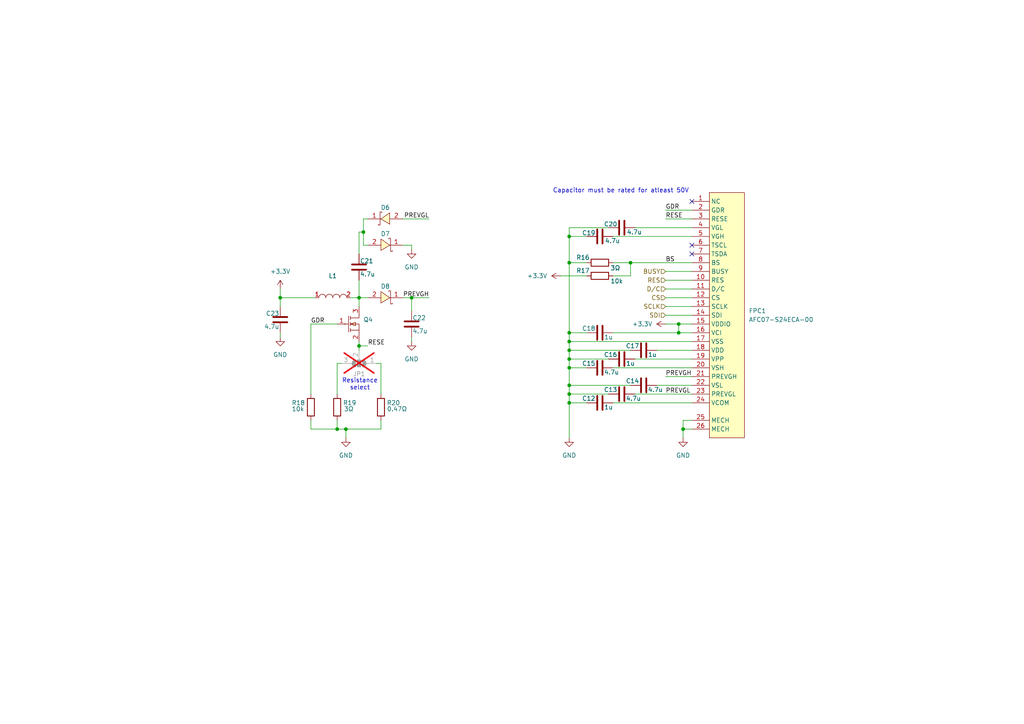
<source format=kicad_sch>
(kicad_sch (version 20250114) (generator "eeschema") (generator_version "9.0")
  (paper "A4")
  (title_block (title "ESP 32 weather ePaper display") (date "2025-02-26") (rev "V1"))
  (lib_symbols
    (symbol "0_local_lib:AFC07-S24ECA-00"
      (property "Reference" "FPC" (at 0 39.37 0))
      (property "Value" "AFC07-S24ECA-00" (at 0 -39.37 0))
      (symbol "AFC07-S24ECA-00_0_1"
        (rectangle (start -2.54 34.29) (end 7.62 -36.83) (fill (type background)))
        (pin unspecified line (at -7.62 31.75 0) (length 5.08) (name "NC") (number "1"))
        (pin unspecified line (at -7.62 29.21 0) (length 5.08) (name "GDR") (number "2"))
        (pin unspecified line (at -7.62 26.67 0) (length 5.08) (name "RESE") (number "3"))
        (pin unspecified line (at -7.62 24.13 0) (length 5.08) (name "VGL") (number "4"))
        (pin unspecified line (at -7.62 21.59 0) (length 5.08) (name "VGH") (number "5"))
        (pin unspecified line (at -7.62 19.05 0) (length 5.08) (name "TSCL") (number "6"))
        (pin unspecified line (at -7.62 16.51 0) (length 5.08) (name "TSDA") (number "7"))
        (pin unspecified line (at -7.62 13.97 0) (length 5.08) (name "BS") (number "8"))
        (pin unspecified line (at -7.62 11.43 0) (length 5.08) (name "BUSY") (number "9"))
        (pin unspecified line (at -7.62 8.89 0) (length 5.08) (name "RES") (number "10"))
        (pin unspecified line (at -7.62 6.35 0) (length 5.08) (name "D/C") (number "11"))
        (pin unspecified line (at -7.62 3.81 0) (length 5.08) (name "CS") (number "12"))
        (pin unspecified line (at -7.62 1.27 0) (length 5.08) (name "SCLK") (number "13"))
        (pin unspecified line (at -7.62 -1.27 0) (length 5.08) (name "SDI") (number "14"))
        (pin unspecified line (at -7.62 -3.81 0) (length 5.08) (name "VDDIO") (number "15"))
        (pin unspecified line (at -7.62 -6.35 0) (length 5.08) (name "VCI") (number "16"))
        (pin unspecified line (at -7.62 -8.89 0) (length 5.08) (name "VSS") (number "17"))
        (pin unspecified line (at -7.62 -11.43 0) (length 5.08) (name "VDD") (number "18"))
        (pin unspecified line (at -7.62 -13.97 0) (length 5.08) (name "VPP") (number "19"))
        (pin unspecified line (at -7.62 -16.51 0) (length 5.08) (name "VSH") (number "20"))
        (pin unspecified line (at -7.62 -19.05 0) (length 5.08) (name "PREVGH") (number "21"))
        (pin unspecified line (at -7.62 -21.59 0) (length 5.08) (name "VSL") (number "22"))
        (pin unspecified line (at -7.62 -24.13 0) (length 5.08) (name "PREVGL") (number "23"))
        (pin unspecified line (at -7.62 -26.67 0) (length 5.08) (name "VCOM") (number "24"))
        (pin unspecified line (at -7.62 -31.75 0) (length 5.08) (name "MECH") (number "25"))
        (pin unspecified line (at -7.62 -34.29 0) (length 5.08) (name "MECH") (number "26"))
      )
    )
    (symbol "0_local_lib:CKCSA3010-10UH_M" (pin_names (hide yes))
      (property "Reference" "L" (at 0 5.08 0))
      (property "Value" "CKCSA3010-10UH/M" (at 0 -5.08 0))
      (symbol "CKCSA3010-10UH_M_0_1"
        (arc (start -4.06 -0.01) (mid -2.83 0.99) (end -2.03 0.01))
        (arc (start -2.03 -0.01) (mid -0.8 0.99) (end 0 0.01))
        (arc (start 0 -0.01) (mid 1.23 0.99) (end 2.03 0.01))
        (arc (start 2.03 -0.01) (mid 3.26 0.99) (end 4.06 0.01))
        (pin unspecified line (at -5.08 0 0) (length 1.016) (name "1") (number "1"))
        (pin unspecified line (at 5.08 0 180) (length 1.016) (name "2") (number "2"))
      )
    )
    (symbol "0_local_lib:MBR0530T1G" (pin_names (hide yes))
      (property "Reference" "D" (at 0 5.08 0))
      (property "Value" "MBR0530T1G" (at 0 -5.08 0))
      (symbol "MBR0530T1G_0_1"
        (polyline (pts (xy -2.03 1.52) (xy -2.03 1.78) (xy -1.52 1.78) (xy -1.52 -2.03) (xy -1.02 -2.03) (xy -1.02 -1.78)))
        (polyline (pts (xy 1.27 1.52) (xy -1.27 0) (xy 1.27 -1.78) (xy 1.27 1.52)) (fill (type background)))
        (pin unspecified line (at -5.08 0 0) (length 3.81) (name "C") (number "1"))
        (pin unspecified line (at 5.08 0 180) (length 3.81) (name "A") (number "2"))
      )
    )
    (symbol "0_local_lib:SI1308EDL-T1-GE3" (pin_names (hide yes))
      (property "Reference" "Q" (at 0 10.16 0))
      (property "Value" "SI1308EDL-T1-GE3" (at 0 -12.7 0))
      (symbol "SI1308EDL-T1-GE3_0_1"
        (polyline (pts (xy -3.175 0) (xy -4.445 0)))
        (polyline (pts (xy -3.05 2.29) (xy -3.05 -2.29)))
        (polyline (pts (xy -2.54 2.29) (xy -2.54 1.27)))
        (polyline (pts (xy -2.54 1.78) (xy 0 1.78) (xy 0 2.54) (xy 0 1.905) (xy 0 1.905)))
        (polyline (pts (xy -2.54 0) (xy -1.02 -0.51) (xy -1.02 0.51) (xy -2.54 0)) (fill (type background)))
        (polyline (pts (xy -2.54 0) (xy 0 0) (xy 0 -2.54) (xy 0 0) (xy 0 0)))
        (polyline (pts (xy -2.54 -0.51) (xy -2.54 0.51)))
        (polyline (pts (xy -2.54 -2.29) (xy -2.54 -1.27)))
        (polyline (pts (xy 0 -1.78) (xy -2.54 -1.78)))
        (pin unspecified line (at -6.35 0 0) (length 2.54) (name "G") (number "1"))
        (pin unspecified line (at 0 5.08 270) (length 2.54) (name "D") (number "3"))
        (pin unspecified line (at 0 -5.08 90) (length 2.54) (name "S") (number "2"))
      )
    )
    (symbol "Device:C" (pin_numbers (hide yes)) (pin_names (offset 0.254))
      (property "Reference" "C" (at 0.635 2.54 0))
      (property "Value" "C" (at 0.635 -2.54 0))
      (symbol "C_0_1"
        (polyline (pts (xy -2.032 0.762) (xy 2.032 0.762)) (stroke (width 0.508)))
        (polyline (pts (xy -2.032 -0.762) (xy 2.032 -0.762)) (stroke (width 0.508)))
      )
      (symbol "C_1_1"
        (pin passive line (at 0 3.81 270) (length 2.794) (name "~") (number "1"))
        (pin passive line (at 0 -3.81 90) (length 2.794) (name "~") (number "2"))
      )
    )
    (symbol "Device:R" (pin_numbers (hide yes)) (pin_names (offset 0))
      (property "Reference" "R" (at 2.032 0 90))
      (property "Value" "R" (at 0 0 90))
      (symbol "R_0_1"
        (rectangle (start -1.016 -2.54) (end 1.016 2.54) (stroke (width 0.254)))
      )
      (symbol "R_1_1"
        (pin passive line (at 0 3.81 270) (length 1.27) (name "~") (number "1"))
        (pin passive line (at 0 -3.81 90) (length 1.27) (name "~") (number "2"))
      )
    )
    (symbol "Jumper:SolderJumper_3_Open" (pin_names (offset 0) (hide yes)) (exclude_from_sim yes) (in_bom no)
      (property "Reference" "JP" (at -2.54 -2.54 0))
      (property "Value" "SolderJumper_3_Open" (at 0 2.794 0))
      (symbol "SolderJumper_3_Open_0_1"
        (polyline (pts (xy -2.54 0) (xy -2.032 0)))
        (polyline (pts (xy -1.016 1.016) (xy -1.016 -1.016)))
        (arc (start -1.016 -1.016) (mid -2.0276 0) (end -1.016 1.016))
        (arc (start -1.016 -1.016) (mid -2.0276 0) (end -1.016 1.016) (fill (type outline)))
        (rectangle (start -0.508 1.016) (end 0.508 -1.016) (fill (type outline)))
        (polyline (pts (xy 0 -1.27) (xy 0 -1.016)))
        (arc (start 1.016 1.016) (mid 2.0276 0) (end 1.016 -1.016))
        (arc (start 1.016 1.016) (mid 2.0276 0) (end 1.016 -1.016) (fill (type outline)))
        (polyline (pts (xy 1.016 1.016) (xy 1.016 -1.016)))
        (polyline (pts (xy 2.54 0) (xy 2.032 0)))
      )
      (symbol "SolderJumper_3_Open_1_1"
        (pin passive line (at -5.08 0 0) (length 2.54) (name "A") (number "1"))
        (pin passive line (at 0 -3.81 90) (length 2.54) (name "C") (number "2"))
        (pin passive line (at 5.08 0 180) (length 2.54) (name "B") (number "3"))
      )
    )
    (symbol "power:+3.3V" (power) (pin_numbers (hide yes)) (pin_names (offset 0) (hide yes))
      (property "Value" "+3.3V" (at 0 3.556 0))
      (symbol "+3.3V_0_1"
        (polyline (pts (xy -0.762 1.27) (xy 0 2.54)))
        (polyline (pts (xy 0 2.54) (xy 0.762 1.27)))
        (polyline (pts (xy 0 0) (xy 0 2.54)))
      )
      (symbol "+3.3V_1_1"
        (pin power_in line (at 0 0 90) (length 0) (name "~") (number "1"))
      )
    )
    (symbol "power:GND" (power) (pin_numbers (hide yes)) (pin_names (offset 0) (hide yes))
      (property "Value" "GND" (at 0 -3.81 0))
      (symbol "GND_0_1"
        (polyline (pts (xy 0 0) (xy 0 -1.27) (xy 1.27 -1.27) (xy 0 -2.54) (xy -1.27 -1.27) (xy 0 -1.27)))
      )
      (symbol "GND_1_1"
        (pin power_in line (at 0 0 270) (length 0) (name "~") (number "1"))
      )
    )
  )
  (text "Capacitor must be rated for atleast 50V" (at 180.086 55.372 0) (effects (font (size 1.27 1.27))))
  (text "Resistance\nselect" (at 104.394 111.506 0) (effects (font (size 1.27 1.27))))
  (junction (at 165.1 111.76))
  (junction (at 81.28 86.36))
  (junction (at 165.1 101.6))
  (junction (at 97.79 124.46))
  (junction (at 104.14 86.36))
  (junction (at 165.1 96.52))
  (junction (at 165.1 116.84))
  (junction (at 165.1 99.06))
  (junction (at 165.1 106.68))
  (junction (at 100.33 124.46))
  (junction (at 105.41 67.31))
  (junction (at 198.12 124.46))
  (junction (at 119.38 86.36))
  (junction (at 165.1 68.58))
  (junction (at 196.85 96.52))
  (junction (at 182.88 76.2))
  (junction (at 165.1 104.14))
  (junction (at 196.85 93.98))
  (junction (at 165.1 76.2))
  (junction (at 104.14 100.33))
  (junction (at 165.1 114.3))
  (no_connect (at 200.66 71.12))
  (no_connect (at 200.66 73.66))
  (no_connect (at 200.66 58.42))
  (wire (pts (xy 196.85 93.98) (xy 196.85 96.52)))
  (wire (pts (xy 198.12 124.46) (xy 198.12 121.92)))
  (wire (pts (xy 193.04 63.5) (xy 200.66 63.5)))
  (wire (pts (xy 90.17 93.98) (xy 97.79 93.98)))
  (wire (pts (xy 198.12 121.92) (xy 200.66 121.92)))
  (wire (pts (xy 119.38 71.12) (xy 116.84 71.12)))
  (wire (pts (xy 182.88 76.2) (xy 200.66 76.2)))
  (wire (pts (xy 193.04 88.9) (xy 200.66 88.9)))
  (wire (pts (xy 184.15 66.04) (xy 200.66 66.04)))
  (wire (pts (xy 193.04 81.28) (xy 200.66 81.28)))
  (wire (pts (xy 165.1 66.04) (xy 176.53 66.04)))
  (wire (pts (xy 190.5 101.6) (xy 200.66 101.6)))
  (wire (pts (xy 119.38 90.17) (xy 119.38 86.36)))
  (wire (pts (xy 165.1 114.3) (xy 165.1 116.84)))
  (wire (pts (xy 198.12 127) (xy 198.12 124.46)))
  (wire (pts (xy 100.33 124.46) (xy 100.33 127)))
  (wire (pts (xy 177.8 96.52) (xy 196.85 96.52)))
  (wire (pts (xy 104.14 99.06) (xy 104.14 100.33)))
  (wire (pts (xy 177.8 68.58) (xy 200.66 68.58)))
  (wire (pts (xy 109.22 105.41) (xy 110.49 105.41)))
  (wire (pts (xy 165.1 106.68) (xy 165.1 111.76)))
  (wire (pts (xy 190.5 111.76) (xy 200.66 111.76)))
  (wire (pts (xy 90.17 93.98) (xy 90.17 114.3)))
  (wire (pts (xy 193.04 86.36) (xy 200.66 86.36)))
  (wire (pts (xy 193.04 60.96) (xy 200.66 60.96)))
  (wire (pts (xy 104.14 86.36) (xy 104.14 88.9)))
  (wire (pts (xy 165.1 106.68) (xy 170.18 106.68)))
  (wire (pts (xy 165.1 76.2) (xy 165.1 68.58)))
  (wire (pts (xy 165.1 104.14) (xy 165.1 106.68)))
  (wire (pts (xy 165.1 96.52) (xy 165.1 99.06)))
  (wire (pts (xy 106.68 63.5) (xy 105.41 63.5)))
  (wire (pts (xy 105.41 67.31) (xy 105.41 71.12)))
  (wire (pts (xy 90.17 124.46) (xy 97.79 124.46)))
  (wire (pts (xy 193.04 83.82) (xy 200.66 83.82)))
  (wire (pts (xy 165.1 96.52) (xy 170.18 96.52)))
  (wire (pts (xy 97.79 114.3) (xy 97.79 105.41)))
  (wire (pts (xy 110.49 105.41) (xy 110.49 114.3)))
  (wire (pts (xy 119.38 86.36) (xy 116.84 86.36)))
  (wire (pts (xy 165.1 104.14) (xy 176.53 104.14)))
  (wire (pts (xy 97.79 105.41) (xy 99.06 105.41)))
  (wire (pts (xy 193.04 91.44) (xy 200.66 91.44)))
  (wire (pts (xy 165.1 101.6) (xy 165.1 104.14)))
  (wire (pts (xy 165.1 114.3) (xy 176.53 114.3)))
  (wire (pts (xy 81.28 86.36) (xy 91.44 86.36)))
  (wire (pts (xy 105.41 63.5) (xy 105.41 67.31)))
  (wire (pts (xy 104.14 73.66) (xy 104.14 67.31)))
  (wire (pts (xy 97.79 124.46) (xy 100.33 124.46)))
  (wire (pts (xy 165.1 111.76) (xy 165.1 114.3)))
  (wire (pts (xy 198.12 124.46) (xy 200.66 124.46)))
  (wire (pts (xy 193.04 109.22) (xy 200.66 109.22)))
  (wire (pts (xy 104.14 86.36) (xy 106.68 86.36)))
  (wire (pts (xy 165.1 101.6) (xy 182.88 101.6)))
  (wire (pts (xy 165.1 99.06) (xy 165.1 101.6)))
  (wire (pts (xy 81.28 83.82) (xy 81.28 86.36)))
  (wire (pts (xy 165.1 116.84) (xy 165.1 127)))
  (wire (pts (xy 81.28 96.52) (xy 81.28 97.79)))
  (wire (pts (xy 165.1 76.2) (xy 165.1 96.52)))
  (wire (pts (xy 119.38 72.39) (xy 119.38 71.12)))
  (wire (pts (xy 182.88 80.01) (xy 182.88 76.2)))
  (wire (pts (xy 90.17 121.92) (xy 90.17 124.46)))
  (wire (pts (xy 170.18 76.2) (xy 165.1 76.2)))
  (wire (pts (xy 177.8 76.2) (xy 182.88 76.2)))
  (wire (pts (xy 119.38 97.79) (xy 119.38 99.06)))
  (wire (pts (xy 104.14 100.33) (xy 104.14 101.6)))
  (wire (pts (xy 177.8 116.84) (xy 200.66 116.84)))
  (wire (pts (xy 116.84 63.5) (xy 124.46 63.5)))
  (wire (pts (xy 165.1 116.84) (xy 170.18 116.84)))
  (wire (pts (xy 177.8 80.01) (xy 182.88 80.01)))
  (wire (pts (xy 104.14 81.28) (xy 104.14 86.36)))
  (wire (pts (xy 165.1 111.76) (xy 182.88 111.76)))
  (wire (pts (xy 81.28 88.9) (xy 81.28 86.36)))
  (wire (pts (xy 196.85 96.52) (xy 200.66 96.52)))
  (wire (pts (xy 165.1 68.58) (xy 165.1 66.04)))
  (wire (pts (xy 105.41 71.12) (xy 106.68 71.12)))
  (wire (pts (xy 177.8 106.68) (xy 200.66 106.68)))
  (wire (pts (xy 97.79 121.92) (xy 97.79 124.46)))
  (wire (pts (xy 196.85 93.98) (xy 200.66 93.98)))
  (wire (pts (xy 193.04 93.98) (xy 196.85 93.98)))
  (wire (pts (xy 101.6 86.36) (xy 104.14 86.36)))
  (wire (pts (xy 165.1 68.58) (xy 170.18 68.58)))
  (wire (pts (xy 104.14 67.31) (xy 105.41 67.31)))
  (wire (pts (xy 193.04 78.74) (xy 200.66 78.74)))
  (wire (pts (xy 184.15 104.14) (xy 200.66 104.14)))
  (wire (pts (xy 119.38 86.36) (xy 124.46 86.36)))
  (wire (pts (xy 184.15 114.3) (xy 200.66 114.3)))
  (wire (pts (xy 165.1 99.06) (xy 200.66 99.06)))
  (wire (pts (xy 162.56 80.01) (xy 170.18 80.01)))
  (wire (pts (xy 100.33 124.46) (xy 110.49 124.46)))
  (wire (pts (xy 110.49 124.46) (xy 110.49 121.92)))
  (wire (pts (xy 106.68 100.33) (xy 104.14 100.33)))
  (label "PREVGL" (at 193.04 114.3 0))
  (label "BS" (at 193.04 76.2 0))
  (label "GDR" (at 90.17 93.98 0))
  (label "PREVGH" (at 193.04 109.22 0))
  (label "RESE" (at 106.68 100.33 0))
  (label "GDR" (at 193.04 60.96 0))
  (label "RESE" (at 193.04 63.5 0))
  (label "PREVGH" (at 124.46 86.36 180))
  (label "PREVGL" (at 124.46 63.5 180))
  (hierarchical_label "CS" (shape input) (at 193.04 86.36 180))
  (hierarchical_label "SDI" (shape input) (at 193.04 91.44 180))
  (hierarchical_label "D{slash}C" (shape input) (at 193.04 83.82 180))
  (hierarchical_label "RES" (shape input) (at 193.04 81.28 180))
  (hierarchical_label "BUSY" (shape input) (at 193.04 78.74 180))
  (hierarchical_label "SCLK" (shape input) (at 193.04 88.9 180))
  (symbol (lib_id "Device:R") (at 90.17 118.11 0) (mirror y) (unit 1)
    (property "Reference" "R18" (at 84.582 116.84 0) (effects (justify right)))
    (property "Value" "10k" (at 84.582 118.618 0) (effects (justify right)))
    (property "Footprint" "Resistor_SMD:R_0603_1608Metric" (effects (hide yes)))
    (property "Description" "Resistor" (effects (hide yes)))
    (property "LCSC Part" "C25804" (effects (hide yes)))
  )
  (symbol (lib_id "Device:C") (at 104.14 77.47 180) (unit 1)
    (property "Reference" "C21" (at 104.394 75.692 0) (effects (justify right)))
    (property "Value" "4.7u" (at 104.394 79.502 0) (effects (justify right)))
    (property "Footprint" "Capacitor_SMD:C_0805_2012Metric" (effects (hide yes)))
    (property "Description" "Unpolarized capacitor" (effects (hide yes)))
    (property "LCSC Part" "C98192" (effects (hide yes)))
  )
  (symbol (lib_id "0_local_lib:AFC07-S24ECA-00") (at 208.28 90.17 0) (unit 1)
    (property "Reference" "FPC1" (at 217.17 90.1699 0) (effects (justify left)))
    (property "Value" "AFC07-S24ECA-00" (at 217.17 92.7099 0) (effects (justify left)))
    (property "Footprint" "0_local_lib:FPC-SMD_AFC07-S24ECA-00" (effects (hide yes)))
    (property "Datasheet" "https://lcsc.com/product-detail/Others_JUSHUO-AFC07-S24ECA-00_C262643.html" (effects (hide yes)))
    (property "LCSC Part" "C262643" (effects (hide yes)))
  )
  (symbol (lib_id "power:GND") (at 119.38 99.06 0) (mirror y) (unit 1)
    (property "Reference" "#PWR046" (effects (hide yes)))
    (property "Value" "GND" (at 119.38 104.14 0))
    (property "Description" "Power symbol creates a global label with name \"GND\" , ground" (effects (hide yes)))
  )
  (symbol (lib_id "power:GND") (at 81.28 97.79 0) (mirror y) (unit 1)
    (property "Reference" "#PWR049" (effects (hide yes)))
    (property "Value" "GND" (at 81.28 102.87 0))
    (property "Description" "Power symbol creates a global label with name \"GND\" , ground" (effects (hide yes)))
  )
  (symbol (lib_id "power:+3.3V") (at 193.04 93.98 90) (mirror x) (unit 1)
    (property "Reference" "#PWR042" (effects (hide yes)))
    (property "Value" "+3.3V" (at 189.23 93.9799 90) (effects (justify left)))
    (property "Description" "Power symbol creates a global label with name \"+3.3V\"" (effects (hide yes)))
  )
  (symbol (lib_id "power:GND") (at 100.33 127 0) (mirror y) (unit 1)
    (property "Reference" "#PWR048" (effects (hide yes)))
    (property "Value" "GND" (at 100.33 132.08 0))
    (property "Description" "Power symbol creates a global label with name \"GND\" , ground" (effects (hide yes)))
  )
  (symbol (lib_id "Device:C") (at 180.34 104.14 270) (unit 1)
    (property "Reference" "C16" (at 179.07 102.87 90) (effects (justify right)))
    (property "Value" "1u" (at 184.15 105.41 90) (effects (justify right)))
    (property "Footprint" "Capacitor_SMD:C_0603_1608Metric" (effects (hide yes)))
    (property "Description" "Unpolarized capacitor" (effects (hide yes)))
    (property "LCSC Part" "C15849" (effects (hide yes)))
  )
  (symbol (lib_id "0_local_lib:MBR0530T1G") (at 111.76 86.36 180) (unit 1)
    (property "Reference" "D8" (at 111.76 83.058 0))
    (property "Value" "MBR0530T1G" (effects (hide yes)))
    (property "Footprint" "0_local_lib:SOD-123_L2.7-W1.6-LS3.7-RD-1" (effects (hide yes)))
    (property "Datasheet" "https://lcsc.com/product-detail/Schottky-Barrier-Diodes-SBD_ON_MBR0530T1G_MBR0530T1G_C82046.html" (effects (hide yes)))
    (property "LCSC Part" "C82046" (effects (hide yes)))
  )
  (symbol (lib_id "Device:C") (at 186.69 101.6 270) (unit 1)
    (property "Reference" "C17" (at 185.42 100.33 90) (effects (justify right)))
    (property "Value" "1u" (at 190.5 102.87 90) (effects (justify right)))
    (property "Footprint" "Capacitor_SMD:C_0603_1608Metric" (effects (hide yes)))
    (property "Description" "Unpolarized capacitor" (effects (hide yes)))
    (property "LCSC Part" "C15849" (effects (hide yes)))
  )
  (symbol (lib_id "Device:C") (at 173.99 96.52 270) (unit 1)
    (property "Reference" "C18" (at 172.72 95.25 90) (effects (justify right)))
    (property "Value" "1u" (at 177.8 97.79 90) (effects (justify right)))
    (property "Footprint" "Capacitor_SMD:C_0603_1608Metric" (effects (hide yes)))
    (property "Description" "Unpolarized capacitor" (effects (hide yes)))
    (property "LCSC Part" "C15849" (effects (hide yes)))
  )
  (symbol (lib_id "0_local_lib:MBR0530T1G") (at 111.76 63.5 0) (mirror x) (unit 1)
    (property "Reference" "D6" (at 111.76 60.198 0))
    (property "Value" "MBR0530T1G" (effects (hide yes)))
    (property "Footprint" "0_local_lib:SOD-123_L2.7-W1.6-LS3.7-RD-1" (effects (hide yes)))
    (property "Datasheet" "https://lcsc.com/product-detail/Schottky-Barrier-Diodes-SBD_ON_MBR0530T1G_MBR0530T1G_C82046.html" (effects (hide yes)))
    (property "LCSC Part" "C82046" (effects (hide yes)))
  )
  (symbol (lib_id "Device:R") (at 97.79 118.11 0) (unit 1)
    (property "Reference" "R19" (at 103.378 116.84 0) (effects (justify right)))
    (property "Value" "3Ω" (at 102.616 118.618 0) (effects (justify right)))
    (property "Footprint" "Resistor_SMD:R_0603_1608Metric" (effects (hide yes)))
    (property "Description" "Resistor" (effects (hide yes)))
    (property "LCSC Part" "C23157 " (effects (hide yes)))
  )
  (symbol (lib_id "Device:C") (at 186.69 111.76 270) (unit 1)
    (property "Reference" "C14" (at 185.42 110.49 90) (effects (justify right)))
    (property "Value" "4.7u" (at 192.278 113.03 90) (effects (justify right)))
    (property "Footprint" "Capacitor_SMD:C_0805_2012Metric" (effects (hide yes)))
    (property "Description" "Unpolarized capacitor" (effects (hide yes)))
    (property "LCSC Part" "C98192" (effects (hide yes)))
  )
  (symbol (lib_id "Device:C") (at 173.99 68.58 270) (unit 1)
    (property "Reference" "C19" (at 172.72 67.564 90) (effects (justify right)))
    (property "Value" "4.7u" (at 179.832 69.85 90) (effects (justify right)))
    (property "Footprint" "Capacitor_SMD:C_0805_2012Metric" (effects (hide yes)))
    (property "Description" "Unpolarized capacitor" (effects (hide yes)))
    (property "LCSC Part" "C98192" (effects (hide yes)))
  )
  (symbol (lib_id "Device:R") (at 110.49 118.11 0) (unit 1)
    (property "Reference" "R20" (at 116.078 116.84 0) (effects (justify right)))
    (property "Value" "0.47Ω" (at 118.11 118.618 0) (effects (justify right)))
    (property "Footprint" "Resistor_SMD:R_0603_1608Metric" (effects (hide yes)))
    (property "Description" "Resistor" (effects (hide yes)))
    (property "LCSC Part" "C23411" (effects (hide yes)))
  )
  (symbol (lib_id "power:GND") (at 165.1 127 0) (unit 1)
    (property "Reference" "#PWR043" (effects (hide yes)))
    (property "Value" "GND" (at 165.1 132.08 0))
    (property "Description" "Power symbol creates a global label with name \"GND\" , ground" (effects (hide yes)))
  )
  (symbol (lib_id "0_local_lib:SI1308EDL-T1-GE3") (at 104.14 93.98 0) (unit 1)
    (property "Reference" "Q4" (at 105.41 92.7099 0) (effects (justify left)))
    (property "Value" "SI1308EDL-T1-GE3" (effects (hide yes)))
    (property "Footprint" "0_local_lib:SOT-323_L2.0-W1.3-P1.30-LS2.1-BR" (effects (hide yes)))
    (property "LCSC Part" "C469327" (effects (hide yes)))
  )
  (symbol (lib_id "0_local_lib:CKCSA3010-10UH_M") (at 96.52 86.36 0) (unit 1)
    (property "Reference" "L1" (at 96.52 80.01 0))
    (property "Value" "CKCSA3010-10UH/M" (effects (hide yes)))
    (property "Footprint" "0_local_lib:IND-SMD_L3.0-W3.0-1" (effects (hide yes)))
    (property "LCSC Part" "C5125973" (effects (hide yes)))
  )
  (symbol (lib_id "Device:R") (at 173.99 76.2 90) (mirror x) (unit 1)
    (property "Reference" "R16" (at 167.132 74.676 90) (effects (justify right)))
    (property "Value" "3Ω" (at 177.038 77.724 90) (effects (justify right)))
    (property "Footprint" "Resistor_SMD:R_0603_1608Metric" (effects (hide yes)))
    (property "Description" "Resistor" (effects (hide yes)))
    (property "LCSC Part" "C23157 " (effects (hide yes)))
  )
  (symbol (lib_id "Jumper:SolderJumper_3_Open") (at 104.14 105.41 180) (unit 1) (in_bom no) (dnp yes)
    (property "Reference" "JP1" (at 104.14 108.458 0))
    (property "Value" "Resistanceselect" (effects (hide yes)))
    (property "Footprint" "Jumper:SolderJumper-3_P1.3mm_Open_RoundedPad1.0x1.5mm_NumberLabels" (effects (hide yes)))
    (property "Description" "Solder Jumper, 3-pole, open" (effects (hide yes)))
  )
  (symbol (lib_id "0_local_lib:MBR0530T1G") (at 111.76 71.12 180) (unit 1)
    (property "Reference" "D7" (at 111.76 67.818 0))
    (property "Value" "MBR0530T1G" (effects (hide yes)))
    (property "Footprint" "0_local_lib:SOD-123_L2.7-W1.6-LS3.7-RD-1" (effects (hide yes)))
    (property "Datasheet" "https://lcsc.com/product-detail/Schottky-Barrier-Diodes-SBD_ON_MBR0530T1G_MBR0530T1G_C82046.html" (effects (hide yes)))
    (property "LCSC Part" "C82046" (effects (hide yes)))
  )
  (symbol (lib_id "Device:C") (at 180.34 66.04 270) (unit 1)
    (property "Reference" "C20" (at 179.07 65.024 90) (effects (justify right)))
    (property "Value" "4.7u" (at 186.182 67.31 90) (effects (justify right)))
    (property "Footprint" "Capacitor_SMD:C_0805_2012Metric" (effects (hide yes)))
    (property "Description" "Unpolarized capacitor" (effects (hide yes)))
    (property "LCSC Part" "C98192" (effects (hide yes)))
  )
  (symbol (lib_id "Device:C") (at 180.34 114.3 270) (unit 1)
    (property "Reference" "C13" (at 179.07 113.03 90) (effects (justify right)))
    (property "Value" "4.7u" (at 185.928 115.57 90) (effects (justify right)))
    (property "Footprint" "Capacitor_SMD:C_0805_2012Metric" (effects (hide yes)))
    (property "Description" "Unpolarized capacitor" (effects (hide yes)))
    (property "LCSC Part" "C98192" (effects (hide yes)))
  )
  (symbol (lib_id "power:GND") (at 119.38 72.39 0) (mirror y) (unit 1)
    (property "Reference" "#PWR047" (effects (hide yes)))
    (property "Value" "GND" (at 119.38 77.47 0))
    (property "Description" "Power symbol creates a global label with name \"GND\" , ground" (effects (hide yes)))
  )
  (symbol (lib_id "Device:C") (at 119.38 93.98 180) (unit 1)
    (property "Reference" "C22" (at 119.634 92.202 0) (effects (justify right)))
    (property "Value" "4.7u" (at 119.634 96.012 0) (effects (justify right)))
    (property "Footprint" "Capacitor_SMD:C_0805_2012Metric" (effects (hide yes)))
    (property "Description" "Unpolarized capacitor" (effects (hide yes)))
    (property "LCSC Part" "C98192" (effects (hide yes)))
  )
  (symbol (lib_id "Device:R") (at 173.99 80.01 90) (mirror x) (unit 1)
    (property "Reference" "R17" (at 167.132 78.486 90) (effects (justify right)))
    (property "Value" "10k" (at 177.038 81.534 90) (effects (justify right)))
    (property "Footprint" "Resistor_SMD:R_0603_1608Metric" (effects (hide yes)))
    (property "Description" "Resistor" (effects (hide yes)))
    (property "LCSC Part" "C25804" (effects (hide yes)))
  )
  (symbol (lib_id "Device:C") (at 173.99 116.84 270) (unit 1)
    (property "Reference" "C12" (at 172.72 115.57 90) (effects (justify right)))
    (property "Value" "1u" (at 177.8 118.11 90) (effects (justify right)))
    (property "Footprint" "Capacitor_SMD:C_0603_1608Metric" (effects (hide yes)))
    (property "Description" "Unpolarized capacitor" (effects (hide yes)))
    (property "LCSC Part" "C15849" (effects (hide yes)))
  )
  (symbol (lib_id "power:+3.3V") (at 162.56 80.01 90) (mirror x) (unit 1)
    (property "Reference" "#PWR045" (effects (hide yes)))
    (property "Value" "+3.3V" (at 158.75 80.0099 90) (effects (justify left)))
    (property "Description" "Power symbol creates a global label with name \"+3.3V\"" (effects (hide yes)))
  )
  (symbol (lib_id "power:GND") (at 198.12 127 0) (unit 1)
    (property "Reference" "#PWR044" (effects (hide yes)))
    (property "Value" "GND" (at 198.12 132.08 0))
    (property "Description" "Power symbol creates a global label with name \"GND\" , ground" (effects (hide yes)))
  )
  (symbol (lib_id "Device:C") (at 81.28 92.71 0) (mirror x) (unit 1)
    (property "Reference" "C23" (at 81.026 90.932 0) (effects (justify right)))
    (property "Value" "4.7u" (at 81.026 94.742 0) (effects (justify right)))
    (property "Footprint" "Capacitor_SMD:C_0805_2012Metric" (effects (hide yes)))
    (property "Description" "Unpolarized capacitor" (effects (hide yes)))
    (property "LCSC Part" "C98192" (effects (hide yes)))
  )
  (symbol (lib_id "power:+3.3V") (at 81.28 83.82 0) (mirror y) (unit 1)
    (property "Reference" "#PWR050" (effects (hide yes)))
    (property "Value" "+3.3V" (at 81.28 78.74 0))
    (property "Description" "Power symbol creates a global label with name \"+3.3V\"" (effects (hide yes)))
  )
  (symbol (lib_id "Device:C") (at 173.99 106.68 270) (unit 1)
    (property "Reference" "C15" (at 172.72 105.41 90) (effects (justify right)))
    (property "Value" "4.7u" (at 179.578 107.95 90) (effects (justify right)))
    (property "Footprint" "Capacitor_SMD:C_0805_2012Metric" (effects (hide yes)))
    (property "Description" "Unpolarized capacitor" (effects (hide yes)))
    (property "LCSC Part" "C98192" (effects (hide yes)))
  )
)
</source>
